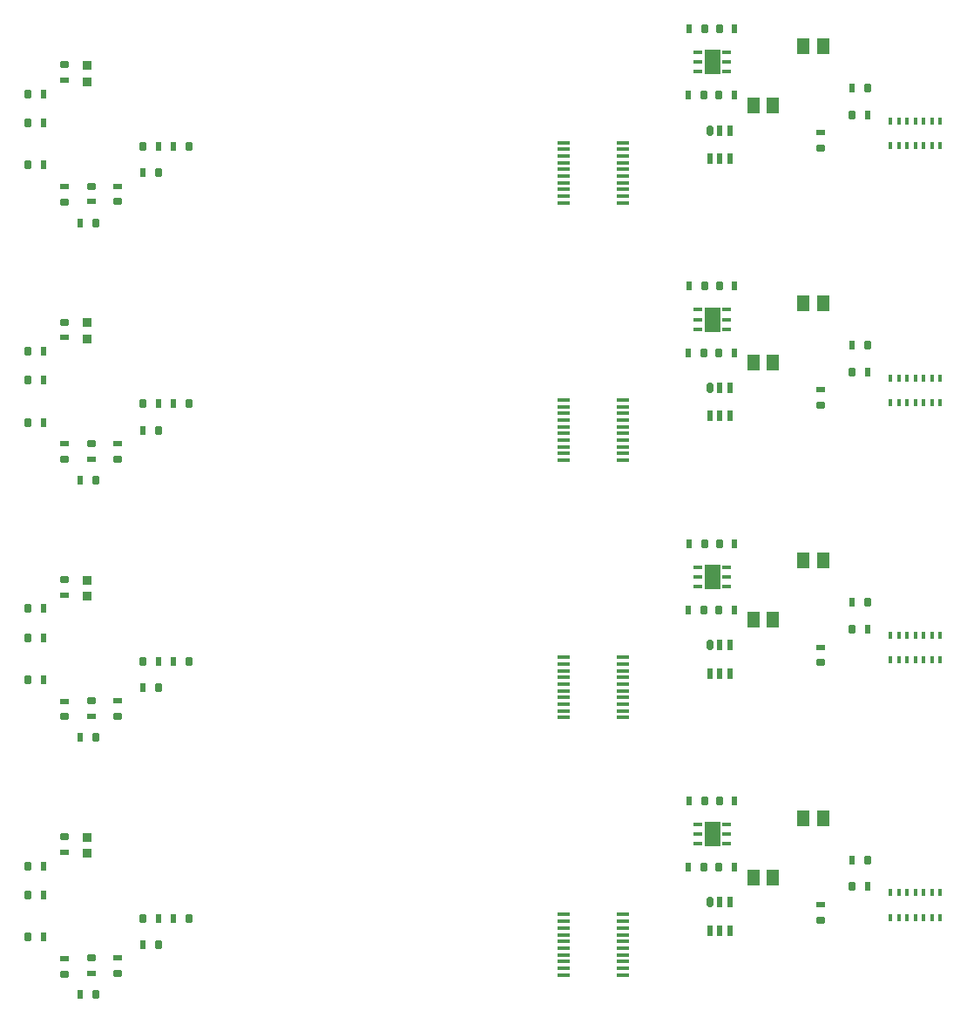
<source format=gbp>
G04*
G04 #@! TF.GenerationSoftware,Altium Limited,Altium Designer,21.0.9 (235)*
G04*
G04 Layer_Color=128*
%FSLAX44Y44*%
%MOMM*%
G71*
G04*
G04 #@! TF.SameCoordinates,010FA0BD-CCEB-4461-B68A-2F08C8EAF3F4*
G04*
G04*
G04 #@! TF.FilePolarity,Positive*
G04*
G01*
G75*
%ADD14R,1.3000X1.5000*%
%ADD20R,0.9000X0.6000*%
G04:AMPARAMS|DCode=21|XSize=0.6mm|YSize=0.9mm|CornerRadius=0.15mm|HoleSize=0mm|Usage=FLASHONLY|Rotation=270.000|XOffset=0mm|YOffset=0mm|HoleType=Round|Shape=RoundedRectangle|*
%AMROUNDEDRECTD21*
21,1,0.6000,0.6000,0,0,270.0*
21,1,0.3000,0.9000,0,0,270.0*
1,1,0.3000,-0.3000,-0.1500*
1,1,0.3000,-0.3000,0.1500*
1,1,0.3000,0.3000,0.1500*
1,1,0.3000,0.3000,-0.1500*
%
%ADD21ROUNDEDRECTD21*%
%ADD22R,0.6000X0.9000*%
G04:AMPARAMS|DCode=23|XSize=0.6mm|YSize=0.9mm|CornerRadius=0.15mm|HoleSize=0mm|Usage=FLASHONLY|Rotation=0.000|XOffset=0mm|YOffset=0mm|HoleType=Round|Shape=RoundedRectangle|*
%AMROUNDEDRECTD23*
21,1,0.6000,0.6000,0,0,0.0*
21,1,0.3000,0.9000,0,0,0.0*
1,1,0.3000,0.1500,-0.3000*
1,1,0.3000,-0.1500,-0.3000*
1,1,0.3000,-0.1500,0.3000*
1,1,0.3000,0.1500,0.3000*
%
%ADD23ROUNDEDRECTD23*%
G04:AMPARAMS|DCode=62|XSize=0.4mm|YSize=1.2mm|CornerRadius=0.05mm|HoleSize=0mm|Usage=FLASHONLY|Rotation=90.000|XOffset=0mm|YOffset=0mm|HoleType=Round|Shape=RoundedRectangle|*
%AMROUNDEDRECTD62*
21,1,0.4000,1.1000,0,0,90.0*
21,1,0.3000,1.2000,0,0,90.0*
1,1,0.1000,0.5500,0.1500*
1,1,0.1000,0.5500,-0.1500*
1,1,0.1000,-0.5500,-0.1500*
1,1,0.1000,-0.5500,0.1500*
%
%ADD62ROUNDEDRECTD62*%
G04:AMPARAMS|DCode=63|XSize=0.6mm|YSize=1mm|CornerRadius=0.15mm|HoleSize=0mm|Usage=FLASHONLY|Rotation=180.000|XOffset=0mm|YOffset=0mm|HoleType=Round|Shape=RoundedRectangle|*
%AMROUNDEDRECTD63*
21,1,0.6000,0.7000,0,0,180.0*
21,1,0.3000,1.0000,0,0,180.0*
1,1,0.3000,-0.1500,0.3500*
1,1,0.3000,0.1500,0.3500*
1,1,0.3000,0.1500,-0.3500*
1,1,0.3000,-0.1500,-0.3500*
%
%ADD63ROUNDEDRECTD63*%
%ADD64R,0.6000X1.0000*%
G04:AMPARAMS|DCode=65|XSize=0.4mm|YSize=0.9mm|CornerRadius=0.1mm|HoleSize=0mm|Usage=FLASHONLY|Rotation=270.000|XOffset=0mm|YOffset=0mm|HoleType=Round|Shape=RoundedRectangle|*
%AMROUNDEDRECTD65*
21,1,0.4000,0.7000,0,0,270.0*
21,1,0.2000,0.9000,0,0,270.0*
1,1,0.2000,-0.3500,-0.1000*
1,1,0.2000,-0.3500,0.1000*
1,1,0.2000,0.3500,0.1000*
1,1,0.2000,0.3500,-0.1000*
%
%ADD65ROUNDEDRECTD65*%
%ADD66R,0.9000X0.4000*%
%ADD67R,1.4900X2.3700*%
%ADD68R,0.3500X0.7500*%
G04:AMPARAMS|DCode=69|XSize=0.75mm|YSize=0.35mm|CornerRadius=0.0875mm|HoleSize=0mm|Usage=FLASHONLY|Rotation=90.000|XOffset=0mm|YOffset=0mm|HoleType=Round|Shape=RoundedRectangle|*
%AMROUNDEDRECTD69*
21,1,0.7500,0.1750,0,0,90.0*
21,1,0.5750,0.3500,0,0,90.0*
1,1,0.1750,0.0875,0.2875*
1,1,0.1750,0.0875,-0.2875*
1,1,0.1750,-0.0875,-0.2875*
1,1,0.1750,-0.0875,0.2875*
%
%ADD69ROUNDEDRECTD69*%
%ADD70R,0.9400X0.8900*%
D14*
X1081270Y459526D02*
D03*
X1100270D02*
D03*
X1051500Y402000D02*
D03*
X1032500D02*
D03*
X1081270Y709526D02*
D03*
X1100270D02*
D03*
X1051500Y652000D02*
D03*
X1032500D02*
D03*
X1081270Y959526D02*
D03*
X1100270D02*
D03*
X1051500Y902000D02*
D03*
X1032500D02*
D03*
X1081270Y1209526D02*
D03*
X1100270D02*
D03*
X1051500Y1152000D02*
D03*
X1032500D02*
D03*
D20*
X363000Y426293D02*
D03*
Y323000D02*
D03*
X389000Y308500D02*
D03*
X414543Y323500D02*
D03*
X1098000Y375500D02*
D03*
X363000Y676293D02*
D03*
Y573000D02*
D03*
X389000Y558500D02*
D03*
X414543Y573500D02*
D03*
X1098000Y625500D02*
D03*
X363000Y926293D02*
D03*
Y823000D02*
D03*
X389000Y808500D02*
D03*
X414543Y823500D02*
D03*
X1098000Y875500D02*
D03*
X363000Y1176293D02*
D03*
Y1073000D02*
D03*
X389000Y1058500D02*
D03*
X414543Y1073500D02*
D03*
X1098000Y1125500D02*
D03*
D21*
X363000Y441293D02*
D03*
Y308000D02*
D03*
X389000Y323500D02*
D03*
X414543Y308500D02*
D03*
X1098000Y360500D02*
D03*
X363000Y691293D02*
D03*
Y558000D02*
D03*
X389000Y573500D02*
D03*
X414543Y558500D02*
D03*
X1098000Y610500D02*
D03*
X363000Y941293D02*
D03*
Y808000D02*
D03*
X389000Y823500D02*
D03*
X414543Y808500D02*
D03*
X1098000Y860500D02*
D03*
X363000Y1191293D02*
D03*
Y1058000D02*
D03*
X389000Y1073500D02*
D03*
X414543Y1058500D02*
D03*
X1098000Y1110500D02*
D03*
D22*
X1128500Y419000D02*
D03*
X1143500Y393000D02*
D03*
X1014043Y411707D02*
D03*
X969500Y411707D02*
D03*
X1014500Y476293D02*
D03*
X969958D02*
D03*
X378500Y287957D02*
D03*
X342500Y385000D02*
D03*
X342500Y344000D02*
D03*
X469043Y362000D02*
D03*
X454500D02*
D03*
X439500Y336458D02*
D03*
X342500Y413000D02*
D03*
X1128500Y669000D02*
D03*
X1143500Y643000D02*
D03*
X1014043Y661708D02*
D03*
X969500Y661708D02*
D03*
X1014500Y726293D02*
D03*
X969958D02*
D03*
X378500Y537958D02*
D03*
X342500Y635000D02*
D03*
X342500Y594000D02*
D03*
X469043Y612000D02*
D03*
X454500D02*
D03*
X439500Y586458D02*
D03*
X342500Y663000D02*
D03*
X1128500Y919000D02*
D03*
X1143500Y893000D02*
D03*
X1014043Y911708D02*
D03*
X969500Y911708D02*
D03*
X1014500Y976293D02*
D03*
X969958D02*
D03*
X378500Y787958D02*
D03*
X342500Y885000D02*
D03*
X342500Y844000D02*
D03*
X469043Y862000D02*
D03*
X454500D02*
D03*
X439500Y836458D02*
D03*
X342500Y913000D02*
D03*
X1128500Y1169000D02*
D03*
X1143500Y1143000D02*
D03*
X1014043Y1161708D02*
D03*
X969500Y1161708D02*
D03*
X1014500Y1226293D02*
D03*
X969958D02*
D03*
X378500Y1037958D02*
D03*
X342500Y1135000D02*
D03*
X342500Y1094000D02*
D03*
X469043Y1112000D02*
D03*
X454500D02*
D03*
X439500Y1086458D02*
D03*
X342500Y1163000D02*
D03*
D23*
X1143500Y419000D02*
D03*
X1128500Y393000D02*
D03*
X999043Y411707D02*
D03*
X984500Y411707D02*
D03*
X999500Y476293D02*
D03*
X984957D02*
D03*
X393500Y287957D02*
D03*
X327500Y385000D02*
D03*
X327500Y344000D02*
D03*
X484043Y362000D02*
D03*
X439500D02*
D03*
X454500Y336458D02*
D03*
X327500Y413000D02*
D03*
X1143500Y669000D02*
D03*
X1128500Y643000D02*
D03*
X999043Y661708D02*
D03*
X984500Y661708D02*
D03*
X999500Y726293D02*
D03*
X984957D02*
D03*
X393500Y537958D02*
D03*
X327500Y635000D02*
D03*
X327500Y594000D02*
D03*
X484043Y612000D02*
D03*
X439500D02*
D03*
X454500Y586458D02*
D03*
X327500Y663000D02*
D03*
X1143500Y919000D02*
D03*
X1128500Y893000D02*
D03*
X999043Y911708D02*
D03*
X984500Y911708D02*
D03*
X999500Y976293D02*
D03*
X984957D02*
D03*
X393500Y787958D02*
D03*
X327500Y885000D02*
D03*
X327500Y844000D02*
D03*
X484043Y862000D02*
D03*
X439500D02*
D03*
X454500Y836458D02*
D03*
X327500Y913000D02*
D03*
X1143500Y1169000D02*
D03*
X1128500Y1143000D02*
D03*
X999043Y1161708D02*
D03*
X984500Y1161708D02*
D03*
X999500Y1226293D02*
D03*
X984957D02*
D03*
X393500Y1037958D02*
D03*
X327500Y1135000D02*
D03*
X327500Y1094000D02*
D03*
X484043Y1112000D02*
D03*
X439500D02*
D03*
X454500Y1086458D02*
D03*
X327500Y1163000D02*
D03*
D62*
X905500Y365793D02*
D03*
X905500Y359293D02*
D03*
X905500Y352793D02*
D03*
X905500Y346293D02*
D03*
Y339793D02*
D03*
Y333293D02*
D03*
Y326792D02*
D03*
X905500Y320293D02*
D03*
X905500Y313792D02*
D03*
X905500Y307293D02*
D03*
X848500Y365793D02*
D03*
X848500Y359293D02*
D03*
X848500Y352793D02*
D03*
X848500Y346293D02*
D03*
Y339793D02*
D03*
Y333293D02*
D03*
Y326792D02*
D03*
X848500Y320293D02*
D03*
X848500Y313792D02*
D03*
X848500Y307293D02*
D03*
X905500Y615793D02*
D03*
X905500Y609293D02*
D03*
X905500Y602793D02*
D03*
X905500Y596293D02*
D03*
Y589793D02*
D03*
Y583293D02*
D03*
Y576793D02*
D03*
X905500Y570293D02*
D03*
X905500Y563793D02*
D03*
X905500Y557293D02*
D03*
X848500Y615793D02*
D03*
X848500Y609293D02*
D03*
X848500Y602793D02*
D03*
X848500Y596293D02*
D03*
Y589793D02*
D03*
Y583293D02*
D03*
Y576793D02*
D03*
X848500Y570293D02*
D03*
X848500Y563793D02*
D03*
X848500Y557293D02*
D03*
X905500Y865793D02*
D03*
X905500Y859293D02*
D03*
X905500Y852793D02*
D03*
X905500Y846293D02*
D03*
Y839793D02*
D03*
Y833293D02*
D03*
Y826793D02*
D03*
X905500Y820293D02*
D03*
X905500Y813793D02*
D03*
X905500Y807293D02*
D03*
X848500Y865793D02*
D03*
X848500Y859293D02*
D03*
X848500Y852793D02*
D03*
X848500Y846293D02*
D03*
Y839793D02*
D03*
Y833293D02*
D03*
Y826793D02*
D03*
X848500Y820293D02*
D03*
X848500Y813793D02*
D03*
X848500Y807293D02*
D03*
X905500Y1115793D02*
D03*
X905500Y1109293D02*
D03*
X905500Y1102793D02*
D03*
X905500Y1096293D02*
D03*
Y1089793D02*
D03*
Y1083293D02*
D03*
Y1076793D02*
D03*
X905500Y1070293D02*
D03*
X905500Y1063793D02*
D03*
X905500Y1057293D02*
D03*
X848500Y1115793D02*
D03*
X848500Y1109293D02*
D03*
X848500Y1102793D02*
D03*
X848500Y1096293D02*
D03*
Y1089793D02*
D03*
Y1083293D02*
D03*
Y1076793D02*
D03*
X848500Y1070293D02*
D03*
X848500Y1063793D02*
D03*
X848500Y1057293D02*
D03*
D63*
X990500Y377750D02*
D03*
Y627750D02*
D03*
Y877750D02*
D03*
Y1127750D02*
D03*
D64*
X1000000Y377750D02*
D03*
X1009500Y377750D02*
D03*
Y350250D02*
D03*
X1000000D02*
D03*
X990500D02*
D03*
X1000000Y627750D02*
D03*
X1009500Y627750D02*
D03*
Y600250D02*
D03*
X1000000D02*
D03*
X990500D02*
D03*
X1000000Y877750D02*
D03*
X1009500Y877750D02*
D03*
Y850250D02*
D03*
X1000000D02*
D03*
X990500D02*
D03*
X1000000Y1127750D02*
D03*
X1009500Y1127750D02*
D03*
Y1100250D02*
D03*
X1000000D02*
D03*
X990500D02*
D03*
D65*
X978700Y434500D02*
D03*
Y684500D02*
D03*
Y934500D02*
D03*
Y1184500D02*
D03*
D66*
Y444000D02*
D03*
Y453500D02*
D03*
X1006600Y434500D02*
D03*
X1006600Y444000D02*
D03*
X1006600Y453500D02*
D03*
X978700Y694000D02*
D03*
Y703500D02*
D03*
X1006600Y684500D02*
D03*
X1006600Y694000D02*
D03*
X1006600Y703500D02*
D03*
X978700Y944000D02*
D03*
Y953500D02*
D03*
X1006600Y934500D02*
D03*
X1006600Y944000D02*
D03*
X1006600Y953500D02*
D03*
X978700Y1194000D02*
D03*
Y1203500D02*
D03*
X1006600Y1184500D02*
D03*
X1006600Y1194000D02*
D03*
X1006600Y1203500D02*
D03*
D67*
X992650Y444000D02*
D03*
Y694000D02*
D03*
Y944000D02*
D03*
Y1194000D02*
D03*
D68*
X1214000Y387000D02*
D03*
X1206000Y387000D02*
D03*
X1198000D02*
D03*
X1190000Y387000D02*
D03*
X1182000D02*
D03*
X1174000D02*
D03*
X1166000D02*
D03*
Y363000D02*
D03*
X1174000Y363000D02*
D03*
X1182000Y363000D02*
D03*
X1190000D02*
D03*
X1198000D02*
D03*
X1206000Y363000D02*
D03*
X1214000Y637000D02*
D03*
X1206000Y637000D02*
D03*
X1198000D02*
D03*
X1190000Y637000D02*
D03*
X1182000D02*
D03*
X1174000D02*
D03*
X1166000D02*
D03*
Y613000D02*
D03*
X1174000Y613000D02*
D03*
X1182000Y613000D02*
D03*
X1190000D02*
D03*
X1198000D02*
D03*
X1206000Y613000D02*
D03*
X1214000Y887000D02*
D03*
X1206000Y887000D02*
D03*
X1198000D02*
D03*
X1190000Y887000D02*
D03*
X1182000D02*
D03*
X1174000D02*
D03*
X1166000D02*
D03*
Y863000D02*
D03*
X1174000Y863000D02*
D03*
X1182000Y863000D02*
D03*
X1190000D02*
D03*
X1198000D02*
D03*
X1206000Y863000D02*
D03*
X1214000Y1137000D02*
D03*
X1206000Y1137000D02*
D03*
X1198000D02*
D03*
X1190000Y1137000D02*
D03*
X1182000D02*
D03*
X1174000D02*
D03*
X1166000D02*
D03*
Y1113000D02*
D03*
X1174000Y1113000D02*
D03*
X1182000Y1113000D02*
D03*
X1190000D02*
D03*
X1198000D02*
D03*
X1206000Y1113000D02*
D03*
D69*
X1214000Y363000D02*
D03*
Y613000D02*
D03*
Y863000D02*
D03*
Y1113000D02*
D03*
D70*
X384793Y425150D02*
D03*
Y440850D02*
D03*
Y675150D02*
D03*
Y690850D02*
D03*
Y925150D02*
D03*
Y940850D02*
D03*
Y1175150D02*
D03*
Y1190850D02*
D03*
M02*

</source>
